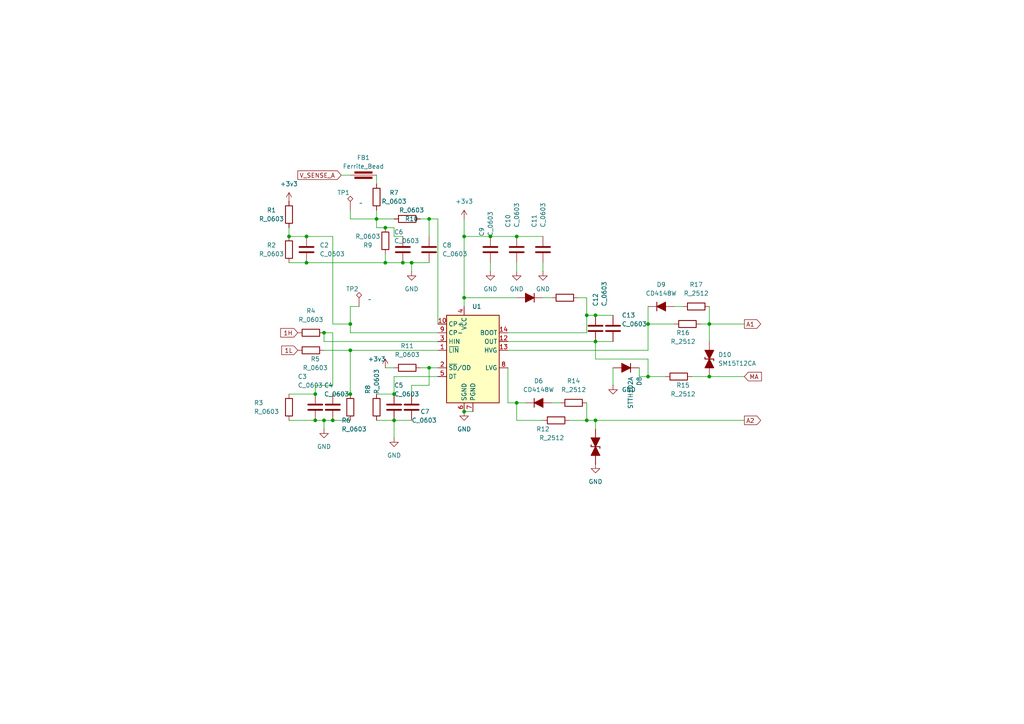
<source format=kicad_sch>
(kicad_sch (version 20231120) (generator "eeschema") (generator_version "8.0")
  (paper "A4")
  (lib_symbols
    (symbol "Connector:TestPoint_Alt" (pin_numbers hide) (pin_names (offset 0.762) hide)
      (property "Reference" "TP" (at 0 6.858 0))
      (property "Value" "TestPoint_Alt" (at 0 5.08 0))
      (symbol "TestPoint_Alt_0_1"
        (polyline (pts (xy 0 2.54) (xy -0.762 3.302) (xy 0 4.064) (xy 0.762 3.302) (xy 0 2.54)))
      )
      (symbol "TestPoint_Alt_1_1"
        (pin passive line (at 0 0 90) (length 2.54) (name "1") (number "1"))
      )
    )
    (symbol "Driver_FET:L6491"
      (property "Reference" "U1" (at -0.254 15.24 0))
      (symbol "L6491_0_1"
        (rectangle (start -7.62 -12.7) (end 7.62 12.7) (stroke (width 0.254)) (fill (type background)))
      )
      (symbol "L6491_1_1"
        (pin input line (at -10.16 2.54 0) (length 2.54) (name "~{LIN}") (number "1"))
        (pin input line (at -10.16 10.16 0) (length 2.54) (name "CP+") (number "10"))
        (pin no_connect line (at 7.62 -5.08 180) (length 2.54) hide (name "NC") (number "11"))
        (pin input line (at 10.16 5.08 180) (length 2.54) (name "OUT") (number "12"))
        (pin output line (at 10.16 2.54 180) (length 2.54) (name "HVG") (number "13"))
        (pin passive line (at 10.16 7.62 180) (length 2.54) (name "BOOT") (number "14"))
        (pin input line (at -10.16 -2.54 0) (length 2.54) (name "~{SD}/OD") (number "2"))
        (pin input line (at -10.16 5.08 0) (length 2.54) (name "HIN") (number "3"))
        (pin power_in line (at -2.54 15.24 270) (length 2.54) (name "VCC") (number "4"))
        (pin input line (at -10.16 -5.08 0) (length 2.54) (name "DT") (number "5"))
        (pin power_in line (at -2.54 -15.24 90) (length 2.54) (name "SGND") (number "6"))
        (pin power_in line (at 0 -15.24 90) (length 2.54) (name "PGND") (number "7"))
        (pin output line (at 10.16 -2.54 180) (length 2.54) (name "LVG") (number "8"))
        (pin input line (at -10.16 7.62 0) (length 2.54) (name "CP-") (number "9"))
      )
    )
    (symbol "PCM_Capacitor_AKL:C_0603" (pin_numbers hide) (pin_names (offset 0.254))
      (property "Reference" "C" (at 0.635 2.54 0))
      (property "Value" "C_0603" (at 0.635 -2.54 0))
      (symbol "C_0603_0_1"
        (polyline (pts (xy -2.032 -0.762) (xy 2.032 -0.762)) (stroke (width 0.508)))
        (polyline (pts (xy -2.032 0.762) (xy 2.032 0.762)) (stroke (width 0.508)))
      )
      (symbol "C_0603_1_1"
        (pin passive line (at 0 3.81 270) (length 2.794) (name "~") (number "1"))
        (pin passive line (at 0 -3.81 90) (length 2.794) (name "~") (number "2"))
      )
    )
    (symbol "PCM_Device_AKL:Ferrite_Bead" (pin_numbers hide) (pin_names (offset 0))
      (property "Reference" "FB" (at 0 4.572 0))
      (property "Value" "Ferrite_Bead" (at 0 3.175 0))
      (symbol "Ferrite_Bead_0_1"
        (rectangle (start -2.54 1.016) (end 2.54 0.508) (fill (type outline)))
        (polyline (pts (xy 2.54 0) (xy -2.54 0)))
      )
      (symbol "Ferrite_Bead_1_1"
        (rectangle (start -2.54 -0.508) (end 2.54 -1.016) (fill (type outline)))
        (pin passive line (at -3.81 0 0) (length 1.27) (name "~") (number "1"))
        (pin passive line (at 3.81 0 180) (length 1.27) (name "~") (number "2"))
      )
    )
    (symbol "PCM_Diode_AKL:BY500-50" (pin_numbers hide) (pin_names (offset 1.016) hide)
      (property "Reference" "D" (at 0 5.08 0))
      (property "Value" "BY500-50" (at 0 2.54 0))
      (symbol "BY500-50_0_1"
        (polyline (pts (xy -1.27 0) (xy 1.27 0)))
        (polyline (pts (xy 1.27 1.27) (xy 1.27 -1.27)) (stroke (width 0.254)))
        (polyline (pts (xy -1.27 1.27) (xy -1.27 -1.27) (xy 1.27 0) (xy -1.27 1.27)) (stroke (width 0.254)) (fill (type outline)))
      )
      (symbol "BY500-50_1_1"
        (pin passive line (at 3.81 0 180) (length 2.54) (name "K") (number "1"))
        (pin passive line (at -3.81 0 0) (length 2.54) (name "A") (number "2"))
      )
    )
    (symbol "PCM_Diode_AKL:CD4148W" (pin_numbers hide) (pin_names (offset 1.016) hide)
      (property "Reference" "D" (at 0 5.08 0))
      (property "Value" "CD4148W" (at 0 2.54 0))
      (symbol "CD4148W_0_1"
        (polyline (pts (xy -1.27 0) (xy 1.27 0)))
        (polyline (pts (xy 1.27 1.27) (xy 1.27 -1.27)) (stroke (width 0.254)))
        (polyline (pts (xy -1.27 1.27) (xy -1.27 -1.27) (xy 1.27 0) (xy -1.27 1.27)) (stroke (width 0.254)) (fill (type outline)))
      )
      (symbol "CD4148W_1_1"
        (pin passive line (at 3.81 0 180) (length 2.54) (name "K") (number "1"))
        (pin passive line (at -3.81 0 0) (length 2.54) (name "A") (number "2"))
      )
    )
    (symbol "PCM_Diode_AKL:STTH102A" (pin_numbers hide) (pin_names (offset 1.016) hide)
      (property "Reference" "D" (at 0 5.08 0))
      (property "Value" "STTH102A" (at 0 2.54 0))
      (symbol "STTH102A_0_1"
        (polyline (pts (xy -1.27 0) (xy 1.27 0)))
        (polyline (pts (xy 1.27 1.27) (xy 1.27 -1.27)) (stroke (width 0.254)))
        (polyline (pts (xy -1.27 1.27) (xy -1.27 -1.27) (xy 1.27 0) (xy -1.27 1.27)) (stroke (width 0.254)) (fill (type outline)))
      )
      (symbol "STTH102A_1_1"
        (pin passive line (at 3.81 0 180) (length 2.54) (name "K") (number "1"))
        (pin passive line (at -3.81 0 0) (length 2.54) (name "A") (number "2"))
      )
    )
    (symbol "PCM_Diode_TVS_AKL:SM15T12CA" (pin_numbers hide) (pin_names (offset 1.016) hide)
      (property "Reference" "D" (at 0 5.08 0))
      (property "Value" "SM15T12CA" (at 0 2.54 0))
      (symbol "SM15T12CA_0_1"
        (polyline (pts (xy 0 -1.27) (xy -0.508 -1.27)) (stroke (width 0.254)))
        (polyline (pts (xy 0 1.27) (xy 0 -1.27)) (stroke (width 0.254)))
        (polyline (pts (xy 0 1.27) (xy 0.508 1.27)) (stroke (width 0.254)))
        (polyline (pts (xy 1.27 0) (xy -1.27 0)))
        (polyline (pts (xy 0 0) (xy -2.54 1.27) (xy -2.54 -1.27) (xy 0 0)) (stroke (width 0.254)) (fill (type outline)))
        (polyline (pts (xy 2.54 1.27) (xy 2.54 -1.27) (xy 0 0) (xy 2.54 1.27)) (stroke (width 0.254)) (fill (type outline)))
      )
      (symbol "SM15T12CA_1_1"
        (pin passive line (at -5.08 0 0) (length 2.54) (name "K") (number "1"))
        (pin passive line (at 5.08 0 180) (length 2.54) (name "A") (number "2"))
      )
    )
    (symbol "PCM_Resistor_AKL:R_0603" (pin_numbers hide) (pin_names (offset 0))
      (property "Reference" "R" (at 2.54 1.27 0))
      (property "Value" "R_0603" (at 2.54 -1.27 0))
      (symbol "R_0603_0_1"
        (rectangle (start -1.016 -2.54) (end 1.016 2.54) (stroke (width 0.254)))
      )
      (symbol "R_0603_1_1"
        (pin passive line (at 0 3.81 270) (length 1.27) (name "~") (number "1"))
        (pin passive line (at 0 -3.81 90) (length 1.27) (name "~") (number "2"))
      )
    )
    (symbol "PCM_Resistor_AKL:R_1210" (pin_numbers hide) (pin_names (offset 0))
      (property "Reference" "R" (at 2.54 1.27 0))
      (property "Value" "R_1210" (at 2.54 -1.27 0))
      (symbol "R_1210_0_1"
        (rectangle (start -1.016 -2.54) (end 1.016 2.54) (stroke (width 0.254)))
      )
      (symbol "R_1210_1_1"
        (pin passive line (at 0 3.81 270) (length 1.27) (name "~") (number "1"))
        (pin passive line (at 0 -3.81 90) (length 1.27) (name "~") (number "2"))
      )
    )
    (symbol "PCM_Resistor_AKL:R_2512" (pin_numbers hide) (pin_names (offset 0))
      (property "Reference" "R" (at 2.54 1.27 0))
      (property "Value" "R_2512" (at 2.54 -1.27 0))
      (symbol "R_2512_0_1"
        (rectangle (start -1.016 -2.54) (end 1.016 2.54) (stroke (width 0.254)))
      )
      (symbol "R_2512_1_1"
        (pin passive line (at 0 3.81 270) (length 1.27) (name "~") (number "1"))
        (pin passive line (at 0 -3.81 90) (length 1.27) (name "~") (number "2"))
      )
    )
    (symbol "power:GND" (power) (pin_numbers hide) (pin_names (offset 0) hide)
      (property "Value" "GND" (at 0 -3.81 0))
      (symbol "GND_0_1"
        (polyline (pts (xy 0 0) (xy 0 -1.27) (xy 1.27 -1.27) (xy 0 -2.54) (xy -1.27 -1.27) (xy 0 -1.27)))
      )
      (symbol "GND_1_1"
        (pin power_in line (at 0 0 270) (length 0) (name "~") (number "1"))
      )
    )
    (symbol "power:VCC" (power) (pin_numbers hide) (pin_names (offset 0) hide)
      (property "Value" "VCC" (at 0 3.556 0))
      (symbol "VCC_0_1"
        (polyline (pts (xy -0.762 1.27) (xy 0 2.54)))
        (polyline (pts (xy 0 0) (xy 0 2.54)))
        (polyline (pts (xy 0 2.54) (xy 0.762 1.27)))
      )
      (symbol "VCC_1_1"
        (pin power_in line (at 0 0 90) (length 0) (name "~") (number "1"))
      )
    )
  )
  (junction (at 205.74 109.22))
  (junction (at 134.62 86.36))
  (junction (at 149.86 68.58))
  (junction (at 109.22 63.5))
  (junction (at 116.84 76.2))
  (junction (at 96.52 121.92))
  (junction (at 172.72 121.92))
  (junction (at 114.3 121.92))
  (junction (at 187.96 93.98))
  (junction (at 88.9 68.58))
  (junction (at 101.6 93.98))
  (junction (at 114.3 114.3))
  (junction (at 149.86 116.84))
  (junction (at 111.76 66.04))
  (junction (at 187.96 109.22))
  (junction (at 88.9 76.2))
  (junction (at 124.46 106.68))
  (junction (at 91.44 114.3))
  (junction (at 205.74 93.98))
  (junction (at 142.24 68.58))
  (junction (at 134.62 119.38))
  (junction (at 172.72 99.06))
  (junction (at 83.82 68.58))
  (junction (at 119.38 76.2))
  (junction (at 91.44 121.92))
  (junction (at 93.98 121.92))
  (junction (at 170.18 91.44))
  (junction (at 101.6 101.6))
  (junction (at 101.6 114.3))
  (junction (at 170.18 121.92))
  (junction (at 134.62 68.58))
  (junction (at 124.46 63.5))
  (junction (at 172.72 91.44))
  (junction (at 93.98 96.52))
  (junction (at 111.76 76.2))
  (wire (pts (xy 91.44 111.76) (xy 91.44 114.3)))
  (wire (pts (xy 124.46 63.5) (xy 121.92 63.5)))
  (wire (pts (xy 114.3 68.58) (xy 116.84 68.58)))
  (wire (pts (xy 93.98 121.92) (xy 93.98 124.46)))
  (wire (pts (xy 124.46 111.76) (xy 124.46 106.68)))
  (wire (pts (xy 116.84 76.2) (xy 119.38 76.2)))
  (wire (pts (xy 187.96 109.22) (xy 193.04 109.22)))
  (wire (pts (xy 101.6 60.96) (xy 101.6 63.5)))
  (wire (pts (xy 149.86 76.2) (xy 149.86 78.74)))
  (wire (pts (xy 147.32 99.06) (xy 172.72 99.06)))
  (wire (pts (xy 104.14 88.9) (xy 101.6 88.9)))
  (wire (pts (xy 83.82 66.04) (xy 83.82 68.58)))
  (wire (pts (xy 101.6 101.6) (xy 127 101.6)))
  (wire (pts (xy 119.38 111.76) (xy 124.46 111.76)))
  (wire (pts (xy 187.96 104.14) (xy 187.96 109.22)))
  (wire (pts (xy 185.42 109.22) (xy 187.96 109.22)))
  (wire (pts (xy 114.3 127) (xy 114.3 121.92)))
  (wire (pts (xy 127 96.52) (xy 101.6 96.52)))
  (wire (pts (xy 170.18 121.92) (xy 170.18 116.84)))
  (wire (pts (xy 170.18 91.44) (xy 172.72 91.44)))
  (wire (pts (xy 93.98 96.52) (xy 96.52 96.52)))
  (wire (pts (xy 165.1 121.92) (xy 170.18 121.92)))
  (wire (pts (xy 91.44 121.92) (xy 93.98 121.92)))
  (wire (pts (xy 121.92 106.68) (xy 124.46 106.68)))
  (wire (pts (xy 93.98 101.6) (xy 101.6 101.6)))
  (wire (pts (xy 114.3 68.58) (xy 114.3 66.04)))
  (wire (pts (xy 124.46 63.5) (xy 124.46 68.58)))
  (wire (pts (xy 134.62 63.5) (xy 134.62 68.58)))
  (wire (pts (xy 200.66 109.22) (xy 205.74 109.22)))
  (wire (pts (xy 134.62 86.36) (xy 149.86 86.36)))
  (wire (pts (xy 83.82 76.2) (xy 88.9 76.2)))
  (wire (pts (xy 170.18 91.44) (xy 170.18 96.52)))
  (wire (pts (xy 96.52 114.3) (xy 101.6 114.3)))
  (wire (pts (xy 88.9 68.58) (xy 83.82 68.58)))
  (wire (pts (xy 96.52 93.98) (xy 101.6 93.98)))
  (wire (pts (xy 170.18 121.92) (xy 172.72 121.92)))
  (wire (pts (xy 88.9 76.2) (xy 111.76 76.2)))
  (wire (pts (xy 101.6 88.9) (xy 101.6 93.98)))
  (wire (pts (xy 93.98 121.92) (xy 96.52 121.92)))
  (wire (pts (xy 119.38 114.3) (xy 119.38 111.76)))
  (wire (pts (xy 157.48 76.2) (xy 157.48 78.74)))
  (wire (pts (xy 109.22 63.5) (xy 109.22 66.04)))
  (wire (pts (xy 205.74 93.98) (xy 205.74 99.06)))
  (wire (pts (xy 96.52 96.52) (xy 96.52 111.76)))
  (wire (pts (xy 134.62 68.58) (xy 142.24 68.58)))
  (wire (pts (xy 195.58 88.9) (xy 198.12 88.9)))
  (wire (pts (xy 147.32 106.68) (xy 147.32 116.84)))
  (wire (pts (xy 185.42 109.22) (xy 185.42 106.68)))
  (wire (pts (xy 88.9 68.58) (xy 96.52 68.58)))
  (wire (pts (xy 134.62 68.58) (xy 134.62 86.36)))
  (wire (pts (xy 109.22 114.3) (xy 114.3 114.3)))
  (wire (pts (xy 205.74 109.22) (xy 215.9 109.22)))
  (wire (pts (xy 111.76 76.2) (xy 116.84 76.2)))
  (wire (pts (xy 114.3 109.22) (xy 114.3 114.3)))
  (wire (pts (xy 147.32 116.84) (xy 149.86 116.84)))
  (wire (pts (xy 147.32 101.6) (xy 187.96 101.6)))
  (wire (pts (xy 172.72 91.44) (xy 177.8 91.44)))
  (wire (pts (xy 172.72 121.92) (xy 172.72 124.46)))
  (wire (pts (xy 203.2 93.98) (xy 205.74 93.98)))
  (wire (pts (xy 152.4 116.84) (xy 149.86 116.84)))
  (wire (pts (xy 147.32 96.52) (xy 170.18 96.52)))
  (wire (pts (xy 101.6 101.6) (xy 101.6 114.3)))
  (wire (pts (xy 195.58 93.98) (xy 187.96 93.98)))
  (wire (pts (xy 187.96 101.6) (xy 187.96 93.98)))
  (wire (pts (xy 127 63.5) (xy 127 93.98)))
  (wire (pts (xy 124.46 106.68) (xy 127 106.68)))
  (wire (pts (xy 96.52 93.98) (xy 96.52 68.58)))
  (wire (pts (xy 205.74 93.98) (xy 215.9 93.98)))
  (wire (pts (xy 109.22 66.04) (xy 111.76 66.04)))
  (wire (pts (xy 119.38 76.2) (xy 124.46 76.2)))
  (wire (pts (xy 96.52 121.92) (xy 101.6 121.92)))
  (wire (pts (xy 157.48 86.36) (xy 160.02 86.36)))
  (wire (pts (xy 83.82 121.92) (xy 91.44 121.92)))
  (wire (pts (xy 157.48 121.92) (xy 149.86 121.92)))
  (wire (pts (xy 170.18 91.44) (xy 170.18 86.36)))
  (wire (pts (xy 172.72 104.14) (xy 187.96 104.14)))
  (wire (pts (xy 99.06 50.8) (xy 101.6 50.8)))
  (wire (pts (xy 109.22 121.92) (xy 114.3 121.92)))
  (wire (pts (xy 109.22 63.5) (xy 109.22 60.96)))
  (wire (pts (xy 124.46 63.5) (xy 127 63.5)))
  (wire (pts (xy 93.98 99.06) (xy 93.98 96.52)))
  (wire (pts (xy 96.52 111.76) (xy 91.44 111.76)))
  (wire (pts (xy 172.72 99.06) (xy 177.8 99.06)))
  (wire (pts (xy 170.18 86.36) (xy 167.64 86.36)))
  (wire (pts (xy 205.74 93.98) (xy 205.74 88.9)))
  (wire (pts (xy 160.02 116.84) (xy 162.56 116.84)))
  (wire (pts (xy 127 109.22) (xy 114.3 109.22)))
  (wire (pts (xy 111.76 76.2) (xy 111.76 73.66)))
  (wire (pts (xy 134.62 86.36) (xy 134.62 88.9)))
  (wire (pts (xy 93.98 99.06) (xy 127 99.06)))
  (wire (pts (xy 172.72 104.14) (xy 172.72 99.06)))
  (wire (pts (xy 114.3 121.92) (xy 119.38 121.92)))
  (wire (pts (xy 83.82 114.3) (xy 91.44 114.3)))
  (wire (pts (xy 111.76 106.68) (xy 114.3 106.68)))
  (wire (pts (xy 149.86 121.92) (xy 149.86 116.84)))
  (wire (pts (xy 109.22 50.8) (xy 109.22 53.34)))
  (wire (pts (xy 177.8 111.76) (xy 177.8 106.68)))
  (wire (pts (xy 172.72 121.92) (xy 215.9 121.92)))
  (wire (pts (xy 119.38 76.2) (xy 119.38 78.74)))
  (wire (pts (xy 101.6 63.5) (xy 109.22 63.5)))
  (wire (pts (xy 142.24 68.58) (xy 149.86 68.58)))
  (wire (pts (xy 101.6 96.52) (xy 101.6 93.98)))
  (wire (pts (xy 114.3 66.04) (xy 111.76 66.04)))
  (wire (pts (xy 149.86 68.58) (xy 157.48 68.58)))
  (wire (pts (xy 114.3 63.5) (xy 109.22 63.5)))
  (wire (pts (xy 134.62 119.38) (xy 137.16 119.38)))
  (wire (pts (xy 142.24 76.2) (xy 142.24 78.74)))
  (wire (pts (xy 187.96 88.9) (xy 187.96 93.98)))
  (global_label "A2" (shape output) (at 215.9 121.92 0) (property "Intersheetrefs" "${INTERSHEET_REFS}" (effects (hide yes))))
  (global_label "1L" (shape input) (at 86.36 101.6 180) (property "Intersheetrefs" "${INTERSHEET_REFS}" (effects (hide yes))))
  (global_label "1H" (shape input) (at 86.36 96.52 180) (property "Intersheetrefs" "${INTERSHEET_REFS}" (effects (hide yes))))
  (global_label "A1" (shape output) (at 215.9 93.98 0) (property "Intersheetrefs" "${INTERSHEET_REFS}" (effects (hide yes))))
  (global_label "V_SENSE_A" (shape output) (at 86.36 50.8 0) (property "Intersheetrefs" "${INTERSHEET_REFS}" (effects (hide yes))))
  (global_label "MA" (shape input) (at 215.9 109.22 0) (property "Intersheetrefs" "${INTERSHEET_REFS}" (effects (hide yes))))
  (symbol (lib_id "PCM_Capacitor_AKL:C_0603") (at 124.46 72.39 0) (unit 1)
    (property "Reference" "C8" (at 128.27 71.1199 0) (effects (justify left)))
    (property "Value" "C_0603" (at 128.27 73.6599 0) (effects (justify left)))
    (property "Footprint" "Capacitor_SMD_AKL:C_0603_1608Metric" (effects (hide yes)))
    (property "Description" "SMD 0603 MLCC capacitor, Alternate KiCad Library" (effects (hide yes)))
  )
  (symbol (lib_id "PCM_Diode_AKL:CD4148W") (at 156.21 116.84 180) (unit 1)
    (property "Reference" "D6" (at 156.21 110.49 0))
    (property "Value" "CD4148W" (at 156.21 113.03 0))
    (property "Footprint" "Diode_SMD_AKL:D_1206_3216Metric" (effects (hide yes)))
    (property "Datasheet" "https://datasheet.octopart.com/CD4148WS%280805C%29-Diodes-Inc.-datasheet-23752567.pdf" (effects (hide yes)))
    (property "Description" "1206 Diode, Small Signal, Fast Switching, 75V, 150mA, 4ns, Alternate KiCad Library" (effects (hide yes)))
  )
  (symbol (lib_id "PCM_Resistor_AKL:R_2512") (at 199.39 93.98 90) (unit 1)
    (property "Reference" "R16" (at 198.12 96.52 90))
    (property "Value" "R_2512" (at 198.12 99.06 90))
    (property "Footprint" "Resistor_SMD_AKL:R_2512_6332Metric" (effects (hide yes)))
    (property "Description" "SMD 2512 Chip Resistor, European Symbol, Alternate KiCad Library" (effects (hide yes)))
  )
  (symbol (lib_id "power:GND") (at 149.86 78.74 0) (unit 1)
    (property "Reference" "#PWR09" (effects (hide yes)))
    (property "Value" "GND" (at 149.86 83.82 0))
    (property "Description" "Power symbol creates a global label with name \"GND\" , ground" (effects (hide yes)))
  )
  (symbol (lib_id "Connector:TestPoint_Alt") (at 104.14 88.9 0) (unit 1)
    (property "Reference" "TP2" (at 100.33 83.82 0) (effects (justify left)))
    (property "Value" "~" (at 106.68 86.868 0) (effects (justify left)))
    (property "Description" "test point (alternative shape)" (effects (hide yes)))
  )
  (symbol (lib_id "PCM_Resistor_AKL:R_0603") (at 118.11 106.68 90) (unit 1)
    (property "Reference" "R11" (at 118.11 100.33 90))
    (property "Value" "R_0603" (at 118.11 102.87 90))
    (property "Footprint" "Resistor_SMD_AKL:R_0603_1608Metric" (effects (hide yes)))
    (property "Description" "SMD 0603 Chip Resistor, European Symbol, Alternate KiCad Library" (effects (hide yes)))
  )
  (symbol (lib_id "PCM_Diode_AKL:CD4148W") (at 191.77 88.9 180) (unit 1)
    (property "Reference" "D9" (at 191.77 82.55 0))
    (property "Value" "CD4148W" (at 191.77 85.09 0))
    (property "Footprint" "Diode_SMD_AKL:D_1206_3216Metric" (effects (hide yes)))
    (property "Datasheet" "https://datasheet.octopart.com/CD4148WS%280805C%29-Diodes-Inc.-datasheet-23752567.pdf" (effects (hide yes)))
    (property "Description" "1206 Diode, Small Signal, Fast Switching, 75V, 150mA, 4ns, Alternate KiCad Library" (effects (hide yes)))
  )
  (symbol (lib_id "PCM_Resistor_AKL:R_2512") (at 161.29 121.92 90) (unit 1)
    (property "Reference" "R12" (at 157.48 124.46 90))
    (property "Value" "R_2512" (at 160.02 127 90))
    (property "Footprint" "Resistor_SMD_AKL:R_2512_6332Metric" (effects (hide yes)))
    (property "Description" "SMD 2512 Chip Resistor, European Symbol, Alternate KiCad Library" (effects (hide yes)))
  )
  (symbol (lib_id "power:GND") (at 157.48 78.74 0) (unit 1)
    (property "Reference" "#PWR010" (effects (hide yes)))
    (property "Value" "GND" (at 157.48 83.82 0))
    (property "Description" "Power symbol creates a global label with name \"GND\" , ground" (effects (hide yes)))
  )
  (symbol (lib_id "power:VCC") (at 111.76 106.68 0) (unit 1)
    (property "Reference" "#PWR03" (effects (hide yes)))
    (property "Value" "+3v3" (at 106.68 104.14 0) (effects (justify left)))
    (property "Description" "Power symbol creates a global label with name \"VCC\"" (effects (hide yes)))
  )
  (symbol (lib_id "PCM_Capacitor_AKL:C_0603") (at 119.38 118.11 0) (unit 1)
    (property "Reference" "C7" (at 121.92 119.38 0) (effects (justify left)))
    (property "Value" "C_0603" (at 119.38 121.92 0) (effects (justify left)))
    (property "Footprint" "Capacitor_SMD_AKL:C_0603_1608Metric" (effects (hide yes)))
    (property "Description" "SMD 0603 MLCC capacitor, Alternate KiCad Library" (effects (hide yes)))
  )
  (symbol (lib_id "power:GND") (at 142.24 78.74 0) (unit 1)
    (property "Reference" "#PWR08" (effects (hide yes)))
    (property "Value" "GND" (at 142.24 83.82 0))
    (property "Description" "Power symbol creates a global label with name \"GND\" , ground" (effects (hide yes)))
  )
  (symbol (lib_id "PCM_Capacitor_AKL:C_0603") (at 177.8 95.25 0) (unit 1)
    (property "Reference" "C13" (at 180.34 91.44 0) (effects (justify left)))
    (property "Value" "C_0603" (at 180.34 93.98 0) (effects (justify left)))
    (property "Footprint" "Capacitor_SMD_AKL:C_0603_1608Metric" (effects (hide yes)))
    (property "Description" "SMD 0603 MLCC capacitor, Alternate KiCad Library" (effects (hide yes)))
  )
  (symbol (lib_id "PCM_Resistor_AKL:R_0603") (at 83.82 72.39 0) (unit 1)
    (property "Reference" "R2" (at 78.74 71.12 0))
    (property "Value" "R_0603" (at 78.74 73.66 0))
    (property "Footprint" "Resistor_SMD_AKL:R_0603_1608Metric" (effects (hide yes)))
    (property "Description" "SMD 0603 Chip Resistor, European Symbol, Alternate KiCad Library" (effects (hide yes)))
  )
  (symbol (lib_id "PCM_Diode_AKL:BY500-50") (at 153.67 86.36 0) (unit 1)
    (property "Reference" "D5" (effects (hide yes)))
    (property "Value" "BY500-50" (effects (hide yes)))
    (property "Footprint" "Diode_THT_AKL:D_DO-27_P12.70mm_Horizontal" (effects (hide yes)))
    (property "Datasheet" "https://datasheet.octopart.com/BY500-1000-Diotec-datasheet-20747537.pdf" (effects (hide yes)))
    (property "Description" "DO-27 Diode, Fast Rectifier, 50V, 5A, 200ns, Alternate KiCad Library" (effects (hide yes)))
    (property "Note" "Footprint is not exactly correct - BY500 uses Diotec's 5.4x7.5mm package, closest compatible footprint is DO-27" (effects (hide yes)))
  )
  (symbol (lib_id "power:GND") (at 134.62 119.38 0) (unit 1)
    (property "Reference" "#PWR07" (effects (hide yes)))
    (property "Value" "GND" (at 134.62 124.46 0))
    (property "Description" "Power symbol creates a global label with name \"GND\" , ground" (effects (hide yes)))
  )
  (symbol (lib_id "PCM_Capacitor_AKL:C_0603") (at 116.84 72.39 0) (unit 1)
    (property "Reference" "C6" (at 114.3 67.31 0) (effects (justify left)))
    (property "Value" "C_0603" (at 114.3 69.85 0) (effects (justify left)))
    (property "Footprint" "Capacitor_SMD_AKL:C_0603_1608Metric" (effects (hide yes)))
    (property "Description" "SMD 0603 MLCC capacitor, Alternate KiCad Library" (effects (hide yes)))
  )
  (symbol (lib_id "PCM_Resistor_AKL:R_0603") (at 90.17 96.52 90) (unit 1)
    (property "Reference" "R4" (at 90.17 90.17 90))
    (property "Value" "R_0603" (at 90.17 92.71 90))
    (property "Footprint" "Resistor_SMD_AKL:R_0603_1608Metric" (effects (hide yes)))
    (property "Description" "SMD 0603 Chip Resistor, European Symbol, Alternate KiCad Library" (effects (hide yes)))
  )
  (symbol (lib_id "PCM_Resistor_AKL:R_0603") (at 109.22 118.11 180) (unit 1)
    (property "Reference" "R8" (at 106.68 114.3 90) (effects (justify right)))
    (property "Value" "R_0603" (at 109.22 114.3 90) (effects (justify right)))
    (property "Footprint" "Resistor_SMD_AKL:R_0603_1608Metric" (effects (hide yes)))
    (property "Description" "SMD 0603 Chip Resistor, European Symbol, Alternate KiCad Library" (effects (hide yes)))
  )
  (symbol (lib_id "PCM_Capacitor_AKL:C_0603") (at 114.3 118.11 0) (unit 1)
    (property "Reference" "C5" (at 114.3 111.7601 0) (effects (justify left)))
    (property "Value" "C_0603" (at 114.3 114.3 0) (effects (justify left)))
    (property "Footprint" "Capacitor_SMD_AKL:C_0603_1608Metric" (effects (hide yes)))
    (property "Description" "SMD 0603 MLCC capacitor, Alternate KiCad Library" (effects (hide yes)))
  )
  (symbol (lib_id "PCM_Capacitor_AKL:C_0603") (at 96.52 118.11 0) (unit 1)
    (property "Reference" "C4" (at 93.98 111.76 0) (effects (justify left)))
    (property "Value" "C_0603" (at 93.98 114.3 0) (effects (justify left)))
    (property "Footprint" "Capacitor_SMD_AKL:C_0603_1608Metric" (effects (hide yes)))
    (property "Description" "SMD 0603 MLCC capacitor, Alternate KiCad Library" (effects (hide yes)))
  )
  (symbol (lib_id "power:GND") (at 177.8 111.76 0) (unit 1)
    (property "Reference" "#PWR012" (effects (hide yes)))
    (property "Value" "GND" (at 180.34 113.0299 0) (effects (justify left)))
    (property "Description" "Power symbol creates a global label with name \"GND\" , ground" (effects (hide yes)))
  )
  (symbol (lib_id "PCM_Resistor_AKL:R_0603") (at 111.76 69.85 180) (unit 1)
    (property "Reference" "R9" (at 106.68 71.12 0))
    (property "Value" "R_0603" (at 106.68 68.58 0))
    (property "Footprint" "Resistor_SMD_AKL:R_0603_1608Metric" (effects (hide yes)))
    (property "Description" "SMD 0603 Chip Resistor, European Symbol, Alternate KiCad Library" (effects (hide yes)))
  )
  (symbol (lib_id "PCM_Capacitor_AKL:C_0603") (at 142.24 72.39 0) (unit 1)
    (property "Reference" "C9" (at 139.7 68.58 90) (effects (justify left)))
    (property "Value" "C_0603" (at 142.24 68.58 90) (effects (justify left)))
    (property "Footprint" "Capacitor_SMD_AKL:C_0603_1608Metric" (effects (hide yes)))
    (property "Description" "SMD 0603 MLCC capacitor, Alternate KiCad Library" (effects (hide yes)))
  )
  (symbol (lib_id "PCM_Capacitor_AKL:C_0603") (at 88.9 72.39 0) (unit 1)
    (property "Reference" "C2" (at 92.71 71.1199 0) (effects (justify left)))
    (property "Value" "C_0603" (at 92.71 73.6599 0) (effects (justify left)))
    (property "Footprint" "Capacitor_SMD_AKL:C_0603_1608Metric" (effects (hide yes)))
    (property "Description" "SMD 0603 MLCC capacitor, Alternate KiCad Library" (effects (hide yes)))
  )
  (symbol (lib_id "PCM_Resistor_AKL:R_0603") (at 101.6 118.11 180) (unit 1)
    (property "Reference" "R6" (at 99.06 121.92 0) (effects (justify right)))
    (property "Value" "R_0603" (at 99.06 124.46 0) (effects (justify right)))
    (property "Footprint" "Resistor_SMD_AKL:R_0603_1608Metric" (effects (hide yes)))
    (property "Description" "SMD 0603 Chip Resistor, European Symbol, Alternate KiCad Library" (effects (hide yes)))
  )
  (symbol (lib_id "PCM_Resistor_AKL:R_0603") (at 83.82 62.23 0) (unit 1)
    (property "Reference" "R1" (at 78.74 60.96 0))
    (property "Value" "R_0603" (at 78.74 63.5 0))
    (property "Footprint" "Resistor_SMD_AKL:R_0603_1608Metric" (effects (hide yes)))
    (property "Description" "SMD 0603 Chip Resistor, European Symbol, Alternate KiCad Library" (effects (hide yes)))
  )
  (symbol (lib_id "PCM_Diode_TVS_AKL:SM15T12CA") (at 205.74 104.14 90) (unit 1)
    (property "Reference" "D10" (at 208.28 102.8699 90) (effects (justify right)))
    (property "Value" "SM15T12CA" (at 208.28 105.4099 90) (effects (justify right)))
    (property "Footprint" "Diode_SMD_AKL:D_SMC_TVS" (effects (hide yes)))
    (property "Datasheet" "https://www.tme.eu/Document/b2c5e836a333f7afe620155cebd5e262/SM15T.pdf" (effects (hide yes)))
    (property "Description" "SMC Bidirectional TVS Diode, 12V, 1500W, Alternate KiCAD Library" (effects (hide yes)))
  )
  (symbol (lib_id "PCM_Resistor_AKL:R_2512") (at 196.85 109.22 90) (unit 1)
    (property "Reference" "R15" (at 198.12 111.76 90))
    (property "Value" "R_2512" (at 198.12 114.3 90))
    (property "Footprint" "Resistor_SMD_AKL:R_2512_6332Metric" (effects (hide yes)))
    (property "Description" "SMD 2512 Chip Resistor, European Symbol, Alternate KiCad Library" (effects (hide yes)))
  )
  (symbol (lib_id "PCM_Resistor_AKL:R_2512") (at 201.93 88.9 90) (unit 1)
    (property "Reference" "R17" (at 201.93 82.55 90))
    (property "Value" "R_2512" (at 201.93 85.09 90))
    (property "Footprint" "Resistor_SMD_AKL:R_2512_6332Metric" (effects (hide yes)))
    (property "Description" "SMD 2512 Chip Resistor, European Symbol, Alternate KiCad Library" (effects (hide yes)))
  )
  (symbol (lib_id "Connector:TestPoint_Alt") (at 101.6 60.96 0) (unit 1)
    (property "Reference" "TP1" (at 97.79 55.88 0) (effects (justify left)))
    (property "Value" "~" (at 104.14 58.928 0) (effects (justify left)))
    (property "Description" "test point (alternative shape)" (effects (hide yes)))
  )
  (symbol (lib_id "PCM_Diode_TVS_AKL:SM15T12CA") (at 172.72 129.54 90) (unit 1)
    (property "Reference" "D7" (effects (hide yes)))
    (property "Value" "SM15T12CA" (effects (hide yes)))
    (property "Footprint" "Diode_SMD_AKL:D_SMC_TVS" (effects (hide yes)))
    (property "Datasheet" "https://www.tme.eu/Document/b2c5e836a333f7afe620155cebd5e262/SM15T.pdf" (effects (hide yes)))
    (property "Description" "SMC Bidirectional TVS Diode, 12V, 1500W, Alternate KiCAD Library" (effects (hide yes)))
  )
  (symbol (lib_id "PCM_Diode_AKL:STTH102A") (at 181.61 106.68 0) (unit 1)
    (property "Reference" "D8" (at 185.42 109.22 90) (effects (justify right)))
    (property "Value" "STTH102A" (at 182.88 109.22 90) (effects (justify right)))
    (property "Footprint" "Diode_SMD_AKL:D_SMA" (effects (hide yes)))
    (property "Datasheet" "https://www.tme.eu/Document/7f826d8acae13170f04bedd06ddc23c4/STTH102A-DTE.pdf" (effects (hide yes)))
    (property "Description" "SMA Diode, Ultrafast Rectifier, 200V, 1A, 50ns, Alternate KiCad Library" (effects (hide yes)))
  )
  (symbol (lib_id "power:GND") (at 119.38 78.74 0) (unit 1)
    (property "Reference" "#PWR05" (effects (hide yes)))
    (property "Value" "GND" (at 119.38 83.82 0))
    (property "Description" "Power symbol creates a global label with name \"GND\" , ground" (effects (hide yes)))
  )
  (symbol (lib_id "PCM_Capacitor_AKL:C_0603") (at 149.86 72.39 0) (unit 1)
    (property "Reference" "C10" (at 147.32 66.04 90) (effects (justify left)))
    (property "Value" "C_0603" (at 149.86 66.04 90) (effects (justify left)))
    (property "Footprint" "Capacitor_SMD_AKL:C_0603_1608Metric" (effects (hide yes)))
    (property "Description" "SMD 0603 MLCC capacitor, Alternate KiCad Library" (effects (hide yes)))
  )
  (symbol (lib_id "PCM_Resistor_AKL:R_0603") (at 83.82 118.11 180) (unit 1)
    (property "Reference" "R3" (at 73.66 116.84 0) (effects (justify right)))
    (property "Value" "R_0603" (at 73.66 119.38 0) (effects (justify right)))
    (property "Footprint" "Resistor_SMD_AKL:R_0603_1608Metric" (effects (hide yes)))
    (property "Description" "SMD 0603 Chip Resistor, European Symbol, Alternate KiCad Library" (effects (hide yes)))
  )
  (symbol (lib_id "PCM_Capacitor_AKL:C_0603") (at 172.72 95.25 0) (unit 1)
    (property "Reference" "C12" (at 172.72 88.9 90) (effects (justify left)))
    (property "Value" "C_0603" (at 175.26 88.9 90) (effects (justify left)))
    (property "Footprint" "Capacitor_SMD_AKL:C_0603_1608Metric" (effects (hide yes)))
    (property "Description" "SMD 0603 MLCC capacitor, Alternate KiCad Library" (effects (hide yes)))
  )
  (symbol (lib_id "power:VCC") (at 83.82 58.42 0) (unit 1)
    (property "Reference" "#PWR01" (effects (hide yes)))
    (property "Value" "+3v3" (at 83.82 53.34 0))
    (property "Description" "Power symbol creates a global label with name \"VCC\"" (effects (hide yes)))
  )
  (symbol (lib_id "PCM_Resistor_AKL:R_0603") (at 118.11 63.5 270) (unit 1)
    (property "Reference" "R10" (at 119.38 63.5 90))
    (property "Value" "R_0603" (at 119.38 60.96 90))
    (property "Footprint" "Resistor_SMD_AKL:R_0603_1608Metric" (effects (hide yes)))
    (property "Description" "SMD 0603 Chip Resistor, European Symbol, Alternate KiCad Library" (effects (hide yes)))
  )
  (symbol (lib_id "power:GND") (at 93.98 124.46 0) (unit 1)
    (property "Reference" "#PWR02" (effects (hide yes)))
    (property "Value" "GND" (at 93.98 129.54 0))
    (property "Description" "Power symbol creates a global label with name \"GND\" , ground" (effects (hide yes)))
  )
  (symbol (lib_id "Driver_FET:L6491") (at 137.16 104.14 0) (unit 1)
    (property "Reference" "U1" (at 136.906 88.9 0) (effects (justify left)))
    (property "Value" "L6491" (effects (hide yes)))
    (property "Footprint" "Package_SO:SO-14_3.9x8.65mm_P1.27mm" (effects (hide yes)))
    (property "Datasheet" "https://www.st.com/resource/en/datasheet/l6491.pdf" (effects (hide yes)))
    (property "Description" "High voltage high and low-side 4 A gate driver, SO-14" (effects (hide yes)))
  )
  (symbol (lib_id "PCM_Device_AKL:Ferrite_Bead") (at 105.41 50.8 0) (unit 1)
    (property "Reference" "FB1" (at 105.41 45.72 0))
    (property "Value" "Ferrite_Bead" (at 105.41 48.26 0))
    (property "Description" "Ferrite bead, Alternate KiCAD Library" (effects (hide yes)))
  )
  (symbol (lib_id "PCM_Resistor_AKL:R_1210") (at 163.83 86.36 90) (unit 1)
    (property "Reference" "R13" (effects (hide yes)))
    (property "Value" "R_1210" (effects (hide yes)))
    (property "Footprint" "Resistor_SMD_AKL:R_1210_3225Metric" (effects (hide yes)))
    (property "Description" "SMD 1210 Chip Resistor, European Symbol, Alternate KiCad Library" (effects (hide yes)))
  )
  (symbol (lib_id "power:VCC") (at 134.62 63.5 0) (unit 1)
    (property "Reference" "#PWR06" (effects (hide yes)))
    (property "Value" "+3v3" (at 134.62 58.42 0))
    (property "Description" "Power symbol creates a global label with name \"VCC\"" (effects (hide yes)))
  )
  (symbol (lib_id "PCM_Capacitor_AKL:C_0603") (at 157.48 72.39 0) (unit 1)
    (property "Reference" "C11" (at 154.94 66.04 90) (effects (justify left)))
    (property "Value" "C_0603" (at 157.48 66.04 90) (effects (justify left)))
    (property "Footprint" "Capacitor_SMD_AKL:C_0603_1608Metric" (effects (hide yes)))
    (property "Description" "SMD 0603 MLCC capacitor, Alternate KiCad Library" (effects (hide yes)))
  )
  (symbol (lib_id "power:GND") (at 172.72 134.62 0) (unit 1)
    (property "Reference" "#PWR011" (effects (hide yes)))
    (property "Value" "GND" (at 172.72 139.7 0))
    (property "Description" "Power symbol creates a global label with name \"GND\" , ground" (effects (hide yes)))
  )
  (symbol (lib_id "PCM_Resistor_AKL:R_0603") (at 109.22 57.15 0) (unit 1)
    (property "Reference" "R7" (at 114.3 55.88 0))
    (property "Value" "R_0603" (at 114.3 58.42 0))
    (property "Footprint" "Resistor_SMD_AKL:R_0603_1608Metric" (effects (hide yes)))
    (property "Description" "SMD 0603 Chip Resistor, European Symbol, Alternate KiCad Library" (effects (hide yes)))
  )
  (symbol (lib_id "PCM_Capacitor_AKL:C_0603") (at 91.44 118.11 0) (unit 1)
    (property "Reference" "C3" (at 86.36 109.2201 0) (effects (justify left)))
    (property "Value" "C_0603" (at 86.36 111.76 0) (effects (justify left)))
    (property "Footprint" "Capacitor_SMD_AKL:C_0603_1608Metric" (effects (hide yes)))
    (property "Description" "SMD 0603 MLCC capacitor, Alternate KiCad Library" (effects (hide yes)))
  )
  (symbol (lib_id "PCM_Resistor_AKL:R_2512") (at 166.37 116.84 90) (unit 1)
    (property "Reference" "R14" (at 166.37 110.49 90))
    (property "Value" "R_2512" (at 166.37 113.03 90))
    (property "Footprint" "Resistor_SMD_AKL:R_2512_6332Metric" (effects (hide yes)))
    (property "Description" "SMD 2512 Chip Resistor, European Symbol, Alternate KiCad Library" (effects (hide yes)))
  )
  (symbol (lib_id "PCM_Resistor_AKL:R_0603") (at 90.17 101.6 90) (unit 1)
    (property "Reference" "R5" (at 91.44 104.14 90))
    (property "Value" "R_0603" (at 91.44 106.68 90))
    (property "Footprint" "Resistor_SMD_AKL:R_0603_1608Metric" (effects (hide yes)))
    (property "Description" "SMD 0603 Chip Resistor, European Symbol, Alternate KiCad Library" (effects (hide yes)))
  )
  (symbol (lib_id "power:GND") (at 114.3 127 0) (unit 1)
    (property "Reference" "#PWR04" (effects (hide yes)))
    (property "Value" "GND" (at 114.3 132.08 0))
    (property "Description" "Power symbol creates a global label with name \"GND\" , ground" (effects (hide yes)))
  )
)
</source>
